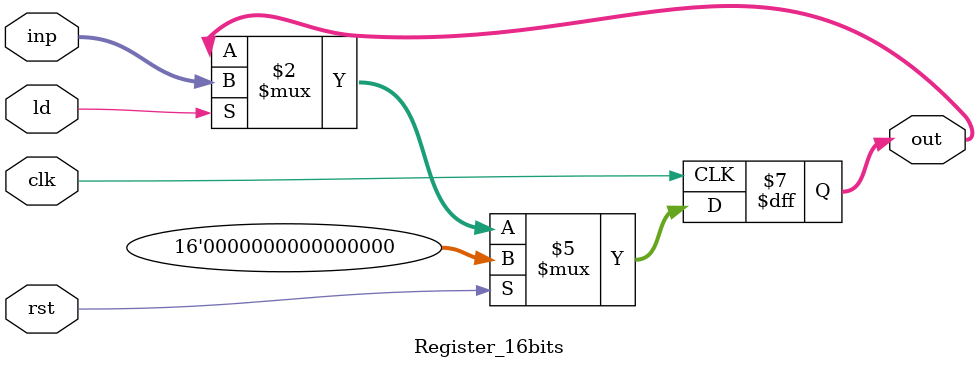
<source format=v>


module Multiplier(clk, reset, go, A, B, done, Result);
	input [7:0] A, B ;
	input clk, go, reset;
	output [15:0] Result ;
	output done ;
	wire  ld_A , ld_B, ld_Result, rst, Cen, Cntf ;	
	
		DataPath inst_DP ( clk, A, B, ld_A, ld_B, ld_Result, 
		Result, rst, Cen, Cntf );
		Controller inst_CTRL (clk, reset, go, Cntf, done, 
		ld_A, ld_B, Cen, ld_Result, rst );
endmodule

////////////////////

module DataPath(clk, A, B, ld_A, ld_B, ld_Result, Result, rst, Cen ,Cntf);
    input [7:0] A, B ;
    input clk, ld_A , ld_B, ld_Result, rst, Cen ;
    output [15:0] Result;
    output Cntf ;
    wire [15:0] regout2, result_in ;
    wire [7:0] regout1, Z ;

    Register_8bits M1 (clk, ld_A, A, regout1) ;
    Adder M2 (regout1, regout2, result_in) ;
    Register_16bits M3 (clk, rst, ld_Result, result_in, regout2) ;
    Counter_8bits M4 (clk, B, ld_B, Cen, Z, Cntf);

    assign Result = regout2 ;
endmodule 

///////////////////

module Controller(clk, reset,go, Cntf, done, ld_A, ld_B, Cen, ld_Result, rst);
    input clk, reset,go, Cntf ;
    output reg done, ld_A, ld_B, Cen, ld_Result, rst ;
    parameter start=2'b00, load=2'b01, calc=2'b10, out=2'b11 ;

    reg [1:0] PS , NS ;

    always @ (go, PS, Cntf) begin
        NS= start;
        done=1'b0; ld_A=1'b0; ld_B=1'b0;
        Cen=1'b0; ld_Result=1'b0; rst=1'b0 ;
        case (PS)

            start: begin
                if (go == 1'b1)
                    NS = load ;
                else
                    NS = start ;
            end

            load: begin
                done=1'b0; ld_A=1'b1; ld_B=1'b1;
                Cen=1'b0; ld_Result=1'b0; rst=1'b1 ;
                NS = calc ;
            end

            calc: begin
                if (Cntf==1'b0) begin
                    NS = calc ;
                    done=1'b0; ld_A=1'b0; ld_B=1'b0;
                    Cen=1'b1; ld_Result=1'b1; rst=1'b0 ;
                end
                else begin
                    done=1'b0; ld_A=1'b0; ld_B=1'b0;
                    Cen=1'b0; ld_Result=1'b0; rst=1'b0 ;
                    NS = out ;
                end
            end
            out: begin
                done=1'b1; ld_A=1'b0; ld_B=1'b0;
                Cen=1'b0; ld_Result=1'b0; rst=1'b0 ;
                NS = start ;
            end
        endcase
    end
    always @(posedge clk) begin
        if ( reset == 1'b1 )
            PS <= start ;
        else
            PS <= NS ;
    end
endmodule

//////////////////

module Adder(a, b, y);
    input [7:0] a ;
    input [15:0] b ;
    output [15:0] y ;

    assign y = a + b ;

endmodule

/////////////////////

module Counter_8bits(clk, B, ld_B, Cen, Z , Cntf);
	input [7:0] B ;
	input clk, ld_B, Cen ;
	output reg [7:0] Z ;
	output Cntf ;
	
	always @ ( posedge clk ) begin 
		if (ld_B)
			Z <= B ;
		else if (Cen)
			Z <= Z-1 ;		
	end
	assign Cntf = (Z==8'b0) ? 1'b1 : 1'b0 ;
endmodule

/////////////////////

module Register_8bits(clk, ld_A, A, out);
    input clk, ld_A ;
    input [7:0] A ;
    output reg [7:0] out ;

    always @ ( posedge clk ) begin
        if (ld_A)
            out <= A ;
        else
            out <= out;
    end
endmodule

////////////////////

module Register_16bits(clk, rst, ld, inp, out);
	input [15:0] inp ;
	input clk , rst, ld ;
	output reg [15:0] out ;
	
	always @ ( posedge clk ) begin 
		if (rst)
			out <= 16'b0 ;
		else if (ld)
			out <= inp ;
	end	
endmodule

</source>
